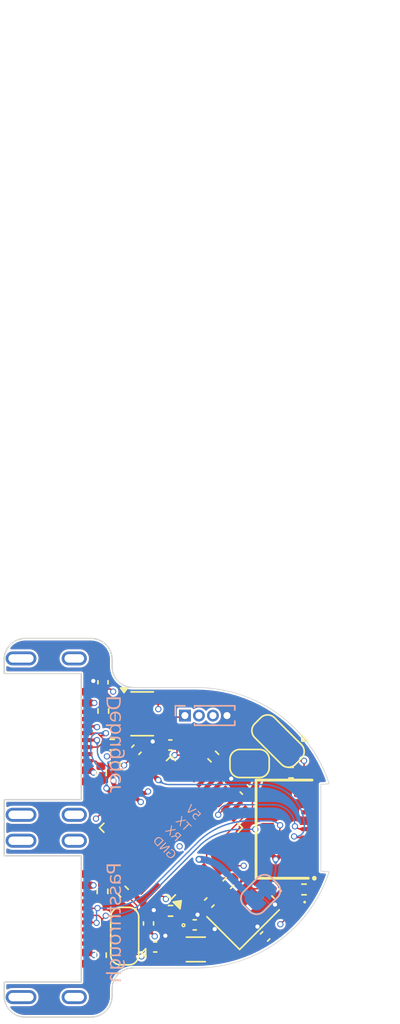
<source format=kicad_pcb>
(kicad_pcb (version 20240108) (generator "pcbnew") (generator_version "8.0")
  (layers (0 "F.Cu" signal) (1 "In1.Cu" signal) (2 "In2.Cu" signal) (31 "B.Cu" signal) (34 "B.Paste" user) (35 "F.Paste" user) (36 "B.SilkS" user "B.Silkscreen") (37 "F.SilkS" user "F.Silkscreen") (38 "B.Mask" user) (39 "F.Mask" user) (44 "Edge.Cuts" user))
  (net 0 "")
  (net 1 "GND")
  (net 2 "/OSCIN")
  (net 3 "/OSCOUT")
  (net 4 "3.3V")
  (net 5 "Net-(JP1-A)")
  (net 6 "5V")
  (net 7 "Net-(D2-K)")
  (net 8 "Net-(J1-CC1)")
  (net 9 "/USBDP")
  (net 10 "/USBDM")
  (net 11 "Net-(J1-CC2)")
  (net 13 "/BOOT1")
  (net 14 "/BOOT0")
  (net 15 "5V(2)")
  (net 16 "Net-(J2-CC1)")
  (net 17 "Net-(U2-PC14)")
  (net 18 "Net-(U2-PC15)")
  (net 19 "Net-(D1-K)")
  (net 20 "Net-(U2-BOOT0)")
  (net 21 "Net-(U2-PB2)")
  (net 22 "/PC13")
  (net 39 "/A9")
  (net 40 "/A10")
  (net 51 "D+")
  (net 52 "D-")
  (net 53 "Net-(J2-CC2)")
  (net 55 "swc")
  (net 56 "swd")
  (net 63 "3VB")
  (net 64 "antenna")
  (net 65 "Batteryin")
  (footprint "Jumper:SolderJumper-3_P1.3mm_Open_RoundedPad1.0x1.5mm" (layer "F.Cu") (at 135.844236 93.819236 135)
    (property "Reference" "JP3" (hide yes))
    (property "Value" "Jumper_3_Open")
  )
  (footprint "Resistor_SMD:R_0402_1005Metric" (layer "F.Cu") (at 124.009996 94.074997 180)
    (property "Reference" "R11" (hide yes))
    (property "Value" "1.5K")
  )
  (footprint "Capacitor_SMD:C_0402_1005Metric" (layer "F.Cu") (at 129.899997 106.924997 180)
    (property "Reference" "C3" (hide yes))
    (property "Value" "12pF")
  )
  (footprint "Resistor_SMD:R_0402_1005Metric" (layer "F.Cu") (at 136.774997 96.074997 180)
    (property "Reference" "R4" (hide yes))
    (property "Value" "10k")
  )
  (footprint "Capacitor_SMD:C_0402_1005Metric" (layer "F.Cu") (at 126.599997 106.824997 -90)
    (property "Reference" "C6" (hide yes))
    (property "Value" "10uF")
  )
  (footprint "Resistor_SMD:R_0402_1005Metric" (layer "F.Cu") (at 128.174997 105.924997)
    (property "Reference" "R3" (hide yes))
    (property "Value" "510Ω")
  )
  (footprint "Resistor_SMD:R_0402_1005Metric" (layer "F.Cu") (at 131.224997 94.924997 -45)
    (property "Reference" "R2" (hide yes))
    (property "Value" "10k")
  )
  (footprint "Resistor_SMD:R_0402_1005Metric" (layer "F.Cu") (at 123.202399 109.084196 90)
    (property "Reference" "R12" (hide yes))
    (property "Value" "5.1K")
  )
  (footprint "Capacitor_SMD:C_0402_1005Metric" (layer "F.Cu") (at 133.474997 97.274997 -45)
    (property "Reference" "C5" (hide yes))
    (property "Value" "100nF")
  )
  (footprint "Package_TO_SOT_SMD:SOT-23-5" (layer "F.Cu") (at 126.149997 91.874997)
    (property "Reference" "U1" (hide yes))
    (property "Value" "AP2112K-3.3")
  )
  (footprint "Library:FPC" (layer "F.Cu") (at 136.524997 100.099997 90)
    (property "Reference" "U4" (hide yes))
    (property "Value" "Conn_01x14_Socket")
  )
  (footprint "Crystal:Crystal_SMD_3215-2Pin_3.2x1.5mm" (layer "F.Cu") (at 129.974997 108.674997 180)
    (property "Reference" "Y1" (hide yes))
    (property "Value" "32.768KHZ")
  )
  (footprint "Capacitor_SMD:C_0402_1005Metric" (layer "F.Cu") (at 135.739408 104.689408 135)
    (property "Reference" "C10" (hide yes))
    (property "Value" "22pf")
  )
  (footprint "Capacitor_SMD:C_0402_1005Metric" (layer "F.Cu") (at 128.154997 94.099997)
    (property "Reference" "C8" (hide yes))
    (property "Value" "100nF")
  )
  (footprint "Capacitor_SMD:C_0402_1005Metric" (layer "F.Cu") (at 127.074997 108.499997 180)
    (property "Reference" "C9" (hide yes))
    (property "Value" "100nF")
  )
  (footprint "Capacitor_SMD:C_0402_1005Metric" (layer "F.Cu") (at 125.735586 94.439408 -135)
    (property "Reference" "C7" (hide yes))
    (property "Value" "100nF")
  )
  (footprint "Library:USB-C_C168688" (layer "F.Cu") (at 121.800003 106.495153 90)
    (property "Reference" "J2" (hide yes))
    (property "Value" "USB_C_Receptacle_USB2.0")
  )
  (footprint "Jumper:SolderJumper-3_P1.3mm_Open_RoundedPad1.0x1.5mm" (layer "F.Cu") (at 124.899997 107.724997 90)
    (property "Reference" "JP2" (hide yes))
    (property "Value" "Jumper_3_Open")
  )
  (footprint "Resistor_SMD:R_0402_1005Metric" (layer "F.Cu") (at 123.374997 91.674997 -90)
    (property "Reference" "R10" (hide yes))
    (property "Value" "5.1K")
  )
  (footprint "Capacitor_SMD:C_0402_1005Metric" (layer "F.Cu") (at 124.224997 95.449997 90)
    (property "Reference" "C1" (hide yes))
    (property "Value" "100nF")
  )
  (footprint "Capacitor_SMD:C_0402_1005Metric" (layer "F.Cu") (at 130.939408 105.335586 -135)
    (property "Reference" "C4" (hide yes))
    (property "Value" "12pF")
  )
  (footprint "Jumper:SolderJumper-2_P1.3mm_Open_RoundedPad1.0x1.5mm" (layer "F.Cu") (at 133.813661 95.417952 180)
    (property "Reference" "JP1" (hide yes))
    (property "Value" "SolderJumper_2_Open")
  )
  (footprint "Resistor_SMD:R_0402_1005Metric" (layer "F.Cu") (at 137.699997 104.399997 180)
    (property "Reference" "R8" (hide yes))
    (property "Value" "510Ω")
  )
  (footprint "LED_SMD:LED_0402_1005Metric" (layer "F.Cu") (at 136.974997 106.074997 -135)
    (property "Reference" "D2" (hide yes))
    (property "Value" "BLUE")
  )
  (footprint "Resistor_SMD:R_0402_1005Metric" (layer "F.Cu") (at 123.199997 96.124997 90)
    (property "Reference" "R9" (hide yes))
    (property "Value" "5.1K")
  )
  (footprint "LED_SMD:LED_0402_1005Metric" (layer "F.Cu") (at 128.007498 106.949997 180)
    (property "Reference" "D1" (hide yes))
    (property "Value" "White")
  )
  (footprint "Crystal:Crystal_SMD_3225-4Pin_3.2x2.5mm" (layer "F.Cu") (at 133.349997 106.099997 45)
    (property "Reference" "Y2" (hide yes))
    (property "Value" "8Mhz")
  )
  (footprint "Resistor_SMD:R_0402_1005Metric" (layer "F.Cu") (at 123.316171 104.535878 -90)
    (property "Reference" "R13" (hide yes))
    (property "Value" "5.1K")
  )
  (footprint "Resistor_SMD:R_0402_1005Metric" (layer "F.Cu") (at 124.774997 104.549997 135)
    (property "Reference" "R1" (hide yes))
    (property "Value" "10k")
  )
  (footprint "Capacitor_SMD:C_0402_1005Metric" (layer "F.Cu") (at 134.924997 107.749997 -135)
    (property "Reference" "C11" (hide yes))
    (property "Value" "22pf")
  )
  (footprint "Package_QFP:LQFP-48_7x7mm_P0.5mm" (layer "F.Cu") (at 128.199997 99.999997 135)
    (property "Reference" "U2" (hide yes))
    (property "Value" "STM32F103C8Tx")
  )
  (footprint "Resistor_SMD:R_0402_1005Metric" (layer "F.Cu") (at 132.299997 103.949997 -135)
    (property "Reference" "R7" (hide yes))
    (property "Value" "1M")
  )
  (footprint "Library:USB-C_C168688" (layer "F.Cu") (at 121.800003 93.495153 90)
    (property "Reference" "J1" (hide yes))
    (property "Value" "USB_C_Receptacle_USB2.0")
  )
  (footprint "Capacitor_SMD:C_0402_1005Metric" (layer "F.Cu") (at 123.349997 89.624997 -90)
    (property "Reference" "C2" (hide yes))
    (property "Value" "10uF")
  )
  (footprint "Jumper:SolderJumper-2_P1.3mm_Bridged_RoundedPad1.0x1.5mm" (layer "B.Cu") (at 134.599997 104.759997 45)
    (property "Reference" "JP5" (hide yes))
    (property "Value" "Jumper_2_Bridged")
  )
  (footprint "Connector_PinHeader_1.00mm:PinHeader_1x04_P1.00mm_Vertical" (layer "B.Cu") (at 129.199997 91.999997 -90)
    (property "Reference" "REF**" (hide yes))
    (property "Value" "PinHeader_1x04_P1.00mm_Vertical")
  )
  (gr_line (start 122.500004 113.499992) (end 117.800003 113.499991) (stroke (width 0.1)) (layer "Edge.Cuts"))
  (gr_line (start 116.300003 102.000003) (end 116.300003 98.000003) (stroke (width 0.1)) (layer "Edge.Cuts"))
  (gr_line (start 138.899998 96.899999) (end 139.496885 96.868045) (stroke (width 0.05)) (layer "Edge.Cuts"))
  (gr_arc (start 123.999999 111.499992) (mid 124.439339 110.439331) (end 125.5 109.999985) (stroke (width 0.1)) (layer "Edge.Cuts"))
  (gr_line (start 121.800003 89.000003) (end 116.300003 89.000003) (stroke (width 0.1)) (layer "Edge.Cuts"))
  (gr_line (start 117.800005 86.499997) (end 122.500003 86.500003) (stroke (width 0.1)) (layer "Edge.Cuts"))
  (gr_line (start 139.496886 103.131951) (end 138.899998 103.099999) (stroke (width 0.05)) (layer "Edge.Cuts"))
  (gr_line (start 121.800003 98.000003) (end 121.800003 89.000003) (stroke (width 0.1)) (layer "Edge.Cuts"))
  (gr_arc (start 124.000006 111.999986) (mid 123.560668 113.060654) (end 122.500004 113.499992) (stroke (width 0.1)) (layer "Edge.Cuts"))
  (gr_arc (start 125.499999 90.000009) (mid 124.439338 89.560666) (end 123.999998 88.500003) (stroke (width 0.1)) (layer "Edge.Cuts"))
  (gr_arc (start 117.800003 113.499991) (mid 116.739338 113.060655) (end 116.299997 111.99999) (stroke (width 0.1)) (layer "Edge.Cuts"))
  (gr_line (start 125.5 109.999985) (end 129.999999 109.999997) (stroke (width 0.05)) (layer "Edge.Cuts"))
  (gr_arc (start 116.300003 88.000003) (mid 116.73934 86.939337) (end 117.800005 86.499997) (stroke (width 0.1)) (layer "Edge.Cuts"))
  (gr_arc (start 129.999998 89.999998) (mid 135.860053 91.896926) (end 139.496885 96.868045) (stroke (width 0.05)) (layer "Edge.Cuts"))
  (gr_line (start 116.300003 88.000003) (end 116.300003 89.000003) (stroke (width 0.1)) (layer "Edge.Cuts"))
  (gr_line (start 121.800003 102.000003) (end 116.300003 102.000003) (stroke (width 0.1)) (layer "Edge.Cuts"))
  (gr_line (start 121.800003 98.000003) (end 116.300003 98.000003) (stroke (width 0.1)) (layer "Edge.Cuts"))
  (gr_line (start 124.000006 111.999986) (end 123.999999 111.499992) (stroke (width 0.1)) (layer "Edge.Cuts"))
  (gr_line (start 123.999998 88.500003) (end 124.000005 88.000009) (stroke (width 0.1)) (layer "Edge.Cuts"))
  (gr_line (start 138.899998 103.099999) (end 138.899998 96.899999) (stroke (width 0.05)) (layer "Edge.Cuts"))
  (gr_line (start 129.999998 89.999998) (end 125.499999 90.000009) (stroke (width 0.05)) (layer "Edge.Cuts"))
  (gr_line (start 116.299997 111.99999) (end 116.300003 111.000003) (stroke (width 0.1)) (layer "Edge.Cuts"))
  (gr_arc (start 139.496886 103.131951) (mid 135.860053 108.10307) (end 129.999999 109.999997) (stroke (width 0.05)) (layer "Edge.Cuts"))
  (gr_line (start 121.800003 111.000003) (end 121.800003 102.000003) (stroke (width 0.1)) (layer "Edge.Cuts"))
  (gr_line (start 121.800003 111.000003) (end 116.300003 111.000003) (stroke (width 0.1)) (layer "Edge.Cuts"))
  (gr_arc (start 122.500003 86.500003) (mid 123.560664 86.939346) (end 124.000005 88.000009) (stroke (width 0.1)) (layer "Edge.Cuts"))
  (gr_text "Passthrough" (at 124.789997 102.469997 90) (layer "B.SilkS") (effects (font (size 1 1) (thickness 0.125)) (justify left bottom mirror)))
  (gr_text "5V" (at 129.919997 99.569997 315) (layer "B.SilkS") (effects (font (size 0.6 0.6) (thickness 0.125)) (justify left bottom mirror)))
  (gr_text "TX" (at 129.189997 100.379997 315) (layer "B.SilkS") (effects (font (size 0.6 0.6) (thickness 0.125)) (justify left bottom mirror)))
  (gr_text "Debugger" (at 124.789997 90.559997 90) (layer "B.SilkS") (effects (font (size 1 1) (thickness 0.125)) (justify left bottom mirror)))
  (gr_text "GND" (at 128.149997 102.379997 315) (layer "B.SilkS") (effects (font (size 0.6 0.6) (thickness 0.125)) (justify left bottom mirror)))
  (gr_text "RX" (at 128.509997 101.099997 315) (layer "B.SilkS") (effects (font (size 0.6 0.6) (thickness 0.125)) (justify left bottom mirror)))
  (segment (start 131.971139 106.276774) (end 131.971139 106.228855) (width 0.1) (layer "F.Cu") (net 1))
  (segment (start 126.599997 106.249997) (end 126.599997 106.344997) (width 0.1) (layer "F.Cu") (net 1))
  (segment (start 127.554997 108.499997) (end 127.554997 107.944997) (width 0.1) (layer "F.Cu") (net 1))
  (segment (start 130.379997 106.479997) (end 130.099997 106.199997) (width 0.1) (layer "F.Cu") (net 1))
  (segment (start 127.149997 94.099997) (end 126.899997 93.849997) (width 0.1) (layer "F.Cu") (net 1))
  (segment (start 132.935586 96.935586) (end 132.499997 96.499997) (width 0.1) (layer "F.Cu") (net 1))
  (segment (start 127.674997 94.099997) (end 127.149997 94.099997) (width 0.1) (layer "F.Cu") (net 1))
  (segment (start 131.971139 106.276774) (end 131.324997 106.922916) (width 0.1) (layer "F.Cu") (net 1))
  (segment (start 131.324997 106.922916) (end 131.324997 107.224997) (width 0.1) (layer "F.Cu") (net 1))
  (segment (start 131.971139 106.228855) (end 131.974997 106.224997) (width 0.1) (layer "F.Cu") (net 1))
  (segment (start 134.735586 107.410586) (end 134.374997 107.049997) (width 0.1) (layer "F.Cu") (net 1))
  (segment (start 130.379997 106.924997) (end 130.379997 106.479997) (width 0.1) (layer "F.Cu") (net 1))
  (segment (start 134.728855 105.92322) (end 135.176774 105.92322) (width 0.1) (layer "F.Cu") (net 1))
  (segment (start 127.554997 107.944997) (end 127.799997 107.699997) (width 0.1) (layer "F.Cu") (net 1))
  (segment (start 126.974997 105.874997) (end 126.599997 106.249997) (width 0.1) (layer "F.Cu") (net 1))
  (segment (start 135.264408 107.410586) (end 134.735586 107.410586) (width 0.1) (layer "F.Cu") (net 1))
  (segment (start 135.176774 105.92322) (end 135.624997 105.474997) (width 0.1) (layer "F.Cu") (net 1))
  (segment (start 133.135586 96.935586) (end 132.935586 96.935586) (width 0.1) (layer "F.Cu") (net 1))
  (via (at 132.499997 96.499997) (size 0.45) (drill 0.3) (layers "F.Cu" "B.Cu") (net 1))
  (via (at 131.324997 107.224997) (size 0.45) (drill 0.3) (layers "F.Cu" "B.Cu") (net 1))
  (via (at 126.899997 93.849997) (size 0.45) (drill 0.3) (layers "F.Cu" "B.Cu") (net 1))
  (via (at 127.799997 107.699997) (size 0.45) (drill 0.3) (layers "F.Cu" "B.Cu") (net 1))
  (via (at 130.099997 106.199997) (size 0.45) (drill 0.3) (layers "F.Cu" "B.Cu") (net 1))
  (via (at 122.659997 89.529997) (size 0.45) (drill 0.3) (layers "F.Cu" "B.Cu") (net 1))
  (via (at 134.374997 107.049997) (size 0.45) (drill 0.3) (layers "F.Cu" "B.Cu") (net 1))
  (via (at 126.974997 105.874997) (size 0.45) (drill 0.3) (layers "F.Cu" "B.Cu") (net 1))
  (via (at 135.624997 105.474997) (size 0.45) (drill 0.3) (layers "F.Cu" "B.Cu") (net 1))
  (segment (start 132.660621 103.854986) (end 132.660621 103.589373) (width 0.1) (layer "F.Cu") (net 2))
  (segment (start 133.526774 104.721139) (end 132.660621 103.854986) (width 0.1) (layer "F.Cu") (net 2))
  (segment (start 133.897916 104.349997) (end 133.526774 104.721139) (width 0.1) (layer "F.Cu") (net 2))
  (segment (start 130.966552 103.120106) (end 131.435819 103.589373) (width 0.1) (layer "F.Cu") (net 2))
  (segment (start 131.435819 103.589373) (end 132.660621 103.589373) (width 0.1) (layer "F.Cu") (net 2))
  (segment (start 135.399997 104.349997) (end 133.897916 104.349997) (width 0.1) (layer "F.Cu") (net 2))
  (segment (start 131.449961 104.310621) (end 130.612999 103.473659) (width 0.1) (layer "F.Cu") (net 3))
  (segment (start 133.17322 105.98322) (end 131.939373 104.749373) (width 0.1) (layer "F.Cu") (net 3))
  (segment (start 133.783773 108.089408) (end 133.17322 107.478855) (width 0.1) (layer "F.Cu") (net 3))
  (segment (start 131.939373 104.749373) (end 131.939373 104.310621) (width 0.1) (layer "F.Cu") (net 3))
  (segment (start 133.17322 107.478855) (end 133.17322 105.98322) (width 0.1) (layer "F.Cu") (net 3))
  (segment (start 131.939373 104.310621) (end 131.449961 104.310621) (width 0.1) (layer "F.Cu") (net 3))
  (segment (start 134.585586 108.089408) (end 133.783773 108.089408) (width 0.1) (layer "F.Cu") (net 3))
  (segment (start 126.607104 107.304997) (end 126.599997 107.304997) (width 0.1) (layer "F.Cu") (net 4))
  (segment (start 136.763475 94.738475) (end 137.249997 95.224997) (width 0.1) (layer "F.Cu") (net 4))
  (segment (start 126.599997 107.304997) (end 127.167498 107.304997) (width 0.1) (layer "F.Cu") (net 4))
  (segment (start 125.396175 94.778819) (end 124.814229 94.196873) (width 0.1) (layer "F.Cu") (net 4))
  (segment (start 123.312121 99.001209) (end 123.198785 99.001209) (width 0.1) (layer "F.Cu") (net 4))
  (segment (start 126.599997 108.319997) (end 126.599997 107.304997) (width 0.1) (layer "F.Cu") (net 4))
  (segment (start 127.167498 107.304997) (end 127.522498 106.949997) (width 0.1) (layer "F.Cu") (net 4))
  (segment (start 127.287497 90.924997) (end 127.287497 91.527497) (width 0.1) (layer "F.Cu") (net 4))
  (segment (start 128.634997 94.644997) (end 128.459997 94.819997) (width 0.1) (layer "F.Cu") (net 4))
  (segment (start 126.594997 108.499997) (end 126.594997 108.324997) (width 0.1) (layer "F.Cu") (net 4))
  (segment (start 127.287497 91.527497) (end 127.299997 91.539997) (width 0.1) (layer "F.Cu") (net 4))
  (segment (start 128.459997 94.819997) (end 128.906661 94.819997) (width 0.1) (layer "F.Cu") (net 4))
  (segment (start 126.594997 108.324997) (end 126.599997 108.319997) (width 0.1) (layer "F.Cu") (net 4))
  (segment (start 127.647873 104.887873) (end 127.839997 105.079997) (width 0.1) (layer "F.Cu") (net 4))
  (segment (start 126.099997 109.174997) (end 126.099997 108.994997) (width 0.1) (layer "F.Cu") (net 4))
  (segment (start 132.677763 102.709997) (end 133.389997 102.709997) (width 0.1) (layer "F.Cu") (net 4))
  (segment (start 127.04144 107.739333) (end 126.607104 107.304997) (width 0.1) (layer "F.Cu") (net 4))
  (segment (start 125.949997 109.024997) (end 126.099997 109.174997) (width 0.1) (layer "F.Cu") (net 4))
  (segment (start 126.099997 108.994997) (end 126.594997 108.499997) (width 0.1) (layer "F.Cu") (net 4))
  (segment (start 125.237389 95.162164) (end 124.857089 95.542463) (width 0.1) (layer "F.Cu") (net 4))
  (segment (start 137.249997 95.224997) (end 137.699997 95.224997) (width 0.1) (layer "F.Cu") (net 4))
  (segment (start 124.899997 109.024997) (end 125.949997 109.024997) (width 0.1) (layer "F.Cu") (net 4))
  (segment (start 136.63205 106.417944) (end 136.47205 106.417944) (width 0.1) (layer "F.Cu") (net 4))
  (segment (start 128.634997 94.099997) (end 128.634997 94.644997) (width 0.1) (layer "F.Cu") (net 4))
  (segment (start 136.47205 106.417944) (end 136.009997 106.879997) (width 0.1) (layer "F.Cu") (net 4))
  (segment (start 128.906661 94.819997) (end 129.198785 95.112121) (width 0.1) (layer "F.Cu") (net 4))
  (segment (start 127.201209 104.887873) (end 127.647873 104.887873) (width 0.1) (layer "F.Cu") (net 4))
  (segment (start 123.198785 99.001209) (end 122.849997 99.349997) (width 0.1) (layer "F.Cu") (net 4))
  (segment (start 137.699997 95.659996) (end 137.699997 95.224997) (width 0.1) (layer "F.Cu") (net 4))
  (segment (start 132.027212 102.059446) (end 132.677763 102.709997) (width 0.1) (layer "F.Cu") (net 4))
  (segment (start 137.284996 96.074997) (end 137.699997 95.659996) (width 0.1) (layer "F.Cu") (net 4))
  (via (at 136.009997 106.879997) (size 0.45) (drill 0.3) (layers "F.Cu" "B.Cu") (net 4))
  (via (at 133.389997 102.709997) (size 0.45) (drill 0.3) (layers "F.Cu" "B.Cu") (net 4))
  (via (at 124.857089 95.542463) (size 0.45) (drill 0.3) (layers "F.Cu" "B.Cu") (net 4))
  (via (at 127.839997 105.079997) (size 0.45) (drill 0.3) (layers "F.Cu" "B.Cu") (net 4))
  (via (at 122.849997 99.349997) (size 0.45) (drill 0.3) (layers "F.Cu" "B.Cu") (net 4))
  (via (at 128.459997 94.819997) (size 0.45) (drill 0.3) (layers "F.Cu" "B.Cu") (net 4))
  (via (at 137.699997 95.224997) (size 0.45) (drill 0.3) (layers "F.Cu" "B.Cu") (net 4))
  (via (at 126.099997 109.174997) (size 0.45) (drill 0.3) (layers "F.Cu" "B.Cu") (net 4))
  (via (at 127.04144 107.739333) (size 0.45) (drill 0.3) (layers "F.Cu" "B.Cu") (net 4))
  (via (at 127.299997 91.539997) (size 0.45) (drill 0.3) (layers "F.Cu" "B.Cu") (net 4))
  (arc (start 125.396175 94.778819) (mid 125.354908 94.986284) (end 125.237389 95.162164) (width 0.1) (layer "F.Cu") (net 4))
  (arc (start 124.814229 94.196873) (mid 124.679234 94.106671) (end 124.519995 94.074997) (width 0.1) (layer "F.Cu") (net 4))
  (segment (start 130.749997 102.196443) (end 131.320106 102.766552) (width 0.1) (layer "F.Cu") (net 5))
  (segment (start 130.749997 101.879997) (end 130.749997 102.196443) (width 0.1) (layer "F.Cu") (net 5))
  (segment (start 133.814408 97.614408) (end 134.019997 97.819997) (width 0.1) (layer "F.Cu") (net 5))
  (segment (start 134.019997 98.609997) (end 130.749997 101.879997) (width 0.1) (layer "F.Cu") (net 5))
  (segment (start 134.46366 95.417952) (end 134.678752 95.417952) (width 0.5) (layer "F.Cu") (net 5))
  (segment (start 134.019997 97.819997) (end 134.019997 98.609997) (width 0.1) (layer "F.Cu") (net 5))
  (segment (start 134.46366 96.046976) (end 134.46366 95.417952) (width 0.5) (layer "F.Cu") (net 5))
  (arc (start 134.678752 95.417952) (mid 135.537222 95.588713) (end 136.264998 96.074997) (width 0.5) (layer "F.Cu") (net 5))
  (arc (start 133.814408 97.614408) (mid 134.294925 96.895264) (end 134.46366 96.046976) (width 0.5) (layer "F.Cu") (net 5))
  (segment (start 126.389996 92.109997) (end 126.099997 92.399996) (width 0.1) (layer "F.Cu") (net 6))
  (segment (start 122.513003 95.900153) (end 122.675726 96.062876) (width 0.45) (layer "F.Cu") (net 6))
  (segment (start 129.199997 91.999997) (end 129.089997 92.109997) (width 0.1) (layer "F.Cu") (net 6))
  (segment (start 124.074957 90.291813) (end 123.888141 90.104997) (width 0.1) (layer "F.Cu") (net 6))
  (segment (start 125.674996 90.924997) (end 125.012497 90.924997) (width 0.1) (layer "F.Cu") (net 6))
  (segment (start 123.888141 90.104997) (end 123.349997 90.104997) (width 0.1) (layer "F.Cu") (net 6))
  (segment (start 122.200003 95.900153) (end 122.513003 95.900153) (width 0.45) (layer "F.Cu") (net 6))
  (segment (start 126.099997 92.399996) (end 126.099997 91.349998) (width 0.1) (layer "F.Cu") (net 6))
  (segment (start 123.689997 94.969997) (end 123.629997 94.909997) (width 0.1) (layer "F.Cu") (net 6))
  (segment (start 122.729841 91.100153) (end 122.729997 91.099997) (width 0.1) (layer "F.Cu") (net 6))
  (segment (start 126.099997 91.349998) (end 125.674996 90.924997) (width 0.1) (layer "F.Cu") (net 6))
  (segment (start 124.224997 94.969997) (end 123.689997 94.969997) (width 0.1) (layer "F.Cu") (net 6))
  (segment (start 122.200003 91.100153) (end 122.729841 91.100153) (width 0.1) (layer "F.Cu") (net 6))
  (segment (start 124.169997 90.924997) (end 123.349997 90.104997) (width 0.1) (layer "F.Cu") (net 6))
  (segment (start 129.089997 92.109997) (end 126.389996 92.109997) (width 0.1) (layer "F.Cu") (net 6))
  (segment (start 125.012497 92.824997) (end 125.674996 92.824997) (width 0.1) (layer "F.Cu") (net 6))
  (segment (start 125.012497 90.924997) (end 124.169997 90.924997) (width 0.1) (layer "F.Cu") (net 6))
  (segment (start 125.674996 92.824997) (end 126.099997 92.399996) (width 0.1) (layer "F.Cu") (net 6))
  (via (at 130.199997 102.249997) (size 0.45) (drill 0.3) (layers "F.Cu" "B.Cu") (net 6))
  (via (at 123.629997 94.909997) (size 0.45) (drill 0.3) (layers "F.Cu" "B.Cu") (net 6))
  (via (at 122.729997 91.099997) (size 0.45) (drill 0.3) (layers "F.Cu" "B.Cu") (net 6))
  (via (at 124.074957 90.291813) (size 0.45) (drill 0.3) (layers "F.Cu" "B.Cu") (net 6))
  (via (at 122.675726 96.062876) (size 0.45) (drill 0.3) (layers "F.Cu" "B.Cu") (net 6))
  (segment (start 131.857192 102.936429) (end 134.140378 105.219616) (width 0.5) (layer "B.Cu") (net 6))
  (arc (start 130.199997 102.249997) (mid 131.096864 102.428395) (end 131.857192 102.936429) (width 0.5) (layer "B.Cu") (net 6))
  (segment (start 138.209996 104.399997) (end 137.989997 104.619996) (width 0.1) (layer "F.Cu") (net 7))
  (segment (start 137.989997 104.619996) (end 137.989997 105.059997) (width 0.1) (layer "F.Cu") (net 7))
  (segment (start 137.989997 105.059997) (end 137.317944 105.73205) (width 0.1) (layer "F.Cu") (net 7))
  (segment (start 122.200003 92.250153) (end 123.30984 92.250153) (width 0.1) (layer "F.Cu") (net 8))
  (segment (start 123.30984 92.250153) (end 123.374997 92.184996) (width 0.1) (layer "F.Cu") (net 8))
  (segment (start 123.560381 93.253379) (end 123.381429 93.432331) (width 0.1) (layer "F.Cu") (net 9))
  (segment (start 123.324997 93.930328) (end 123.005172 94.250153) (width 0.1) (layer "F.Cu") (net 9))
  (segment (start 122.955484 93.250153) (end 123.137663 93.432331) (width 0.1) (layer "F.Cu") (net 9))
  (segment (start 122.200003 93.250153) (end 122.955484 93.250153) (width 0.1) (layer "F.Cu") (net 9))
  (segment (start 124.372782 97.940548) (end 123.637953 97.205719) (width 0.3) (layer "F.Cu") (net 9))
  (segment (start 123.381429 93.432331) (end 123.137663 93.432331) (width 0.1) (layer "F.Cu") (net 9))
  (segment (start 123.222663 93.517331) (end 123.324997 93.619666) (width 0.1) (layer "F.Cu") (net 9))
  (segment (start 123.324997 93.619666) (end 123.324997 93.930328) (width 0.1) (layer "F.Cu") (net 9))
  (segment (start 123.005172 94.250153) (end 122.200003 94.250153) (width 0.1) (layer "F.Cu") (net 9))
  (segment (start 123.137663 93.432331) (end 123.222663 93.517331) (width 0.1) (layer "F.Cu") (net 9))
  (via (at 123.560381 93.253379) (size 0.45) (drill 0.3) (layers "F.Cu" "B.Cu") (net 9))
  (via (at 123.599997 97.189997) (size 0.45) (drill 0.3) (layers "F.Cu" "B.Cu") (net 9))
  (arc (start 123.637953 97.205719) (mid 123.620539 97.194083) (end 123.599997 97.189997) (width 0.3) (layer "F.Cu") (net 9))
  (segment (start 123.599997 96.7879) (end 123.599997 97.189997) (width 0.1) (layer "B.Cu") (net 9))
  (segment (start 122.979997 95.599997) (end 123.198427 95.818426) (width 0.1) (layer "B.Cu") (net 9))
  (segment (start 122.479997 93.769997) (end 122.479997 94.392891) (width 0.1) (layer "B.Cu") (net 9))
  (segment (start 123.560381 93.253379) (end 122.996615 93.253379) (width 0.1) (layer "B.Cu") (net 9))
  (arc (start 123.198427 95.818426) (mid 123.495633 96.263224) (end 123.599997 96.7879) (width 0.1) (layer "B.Cu") (net 9))
  (arc (start 122.479997 94.392891) (mid 122.609943 95.046172) (end 122.979997 95.599997) (width 0.1) (layer "B.Cu") (net 9))
  (arc (start 122.996615 93.253379) (mid 122.631311 93.404693) (end 122.479997 93.769997) (width 0.1) (layer "B.Cu") (net 9))
  (segment (start 122.850153 92.750153) (end 122.924997 92.824997) (width 0.1) (layer "F.Cu") (net 10))
  (segment (start 122.200003 92.750153) (end 122.850153 92.750153) (width 0.1) (layer "F.Cu") (net 10))
  (segment (start 122.924997 93.749997) (end 122.924841 93.750153) (width 0.1) (layer "F.Cu") (net 10))
  (segment (start 122.924841 93.750153) (end 122.200003 93.750153) (width 0.1) (layer "F.Cu") (net 10))
  (segment (start 124.726335 97.586995) (end 124.309667 97.170327) (width 0.3) (layer "F.Cu") (net 10))
  (via (at 122.924997 93.749997) (size 0.45) (drill 0.3) (layers "F.Cu" "B.Cu") (net 10))
  (via (at 124.089997 96.639997) (size 0.45) (drill 0.3) (layers "F.Cu" "B.Cu") (net 10))
  (via (at 122.924997 92.824997) (size 0.45) (drill 0.3) (layers "F.Cu" "B.Cu") (net 10))
  (arc (start 124.309667 97.170327) (mid 124.147087 96.92701) (end 124.089997 96.639997) (width 0.3) (layer "F.Cu") (net 10))
  (segment (start 122.952248 93.777248) (end 122.952248 94.595613) (width 0.1) (layer "B.Cu") (net 10))
  (segment (start 123.259997 95.239997) (end 123.686946 95.666946) (width 0.1) (layer "B.Cu") (net 10))
  (segment (start 122.924997 93.749997) (end 122.952248 93.777248) (width 0.1) (layer "B.Cu") (net 10))
  (arc (start 122.952248 94.595613) (mid 123.051617 94.944117) (end 123.259997 95.239997) (width 0.1) (layer "B.Cu") (net 10))
  (arc (start 123.686946 95.666946) (mid 123.985247 96.113386) (end 124.089997 96.639997) (width 0.1) (layer "B.Cu") (net 10))
  (segment (start 122.835152 95.250153) (end 122.200003 95.250153) (width 0.1) (layer "F.Cu") (net 11))
  (segment (start 123.199997 95.614998) (end 122.835152 95.250153) (width 0.1) (layer "F.Cu") (net 11))
  (segment (start 135.325373 94.338099) (end 135.844236 93.819236) (width 0.1) (layer "F.Cu") (net 13))
  (segment (start 131.090647 94.338099) (end 135.325373 94.338099) (width 0.1) (layer "F.Cu") (net 13))
  (segment (start 130.864373 94.564373) (end 131.090647 94.338099) (width 0.1) (layer "F.Cu") (net 13))
  (segment (start 125.135621 104.910621) (end 125.804997 105.579997) (width 0.1) (layer "F.Cu") (net 14))
  (segment (start 125.804997 107.069997) (end 125.149997 107.724997) (width 0.1) (layer "F.Cu") (net 14))
  (segment (start 125.149997 107.724997) (end 124.899997 107.724997) (width 0.1) (layer "F.Cu") (net 14))
  (segment (start 125.804997 105.579997) (end 125.804997 107.069997) (width 0.1) (layer "F.Cu") (net 14))
  (segment (start 137.944997 101.899997) (end 136.519971 101.899997) (width 0.3) (layer "F.Cu") (net 15))
  (segment (start 122.200003 108.900153) (end 122.551291 108.900153) (width 0.1) (layer "F.Cu") (net 15))
  (segment (start 122.666564 104.100153) (end 122.671172 104.104761) (width 0.1) (layer "F.Cu") (net 15))
  (segment (start 122.551291 108.900153) (end 122.725754 109.074616) (width 0.1) (layer "F.Cu") (net 15))
  (segment (start 135.104997 101.599997) (end 135.618428 102.113428) (width 0.3) (layer "F.Cu") (net 15))
  (segment (start 122.200003 104.100153) (end 122.666564 104.100153) (width 0.1) (layer "F.Cu") (net 15))
  (via (at 122.725754 109.074616) (size 0.45) (drill 0.3) (layers "F.Cu" "B.Cu") (net 15))
  (via (at 135.674997 102.249997) (size 0.45) (drill 0.3) (layers "F.Cu" "B.Cu") (net 15))
  (via (at 128.819997 101.324997) (size 0.45) (drill 0.3) (layers "F.Cu" "B.Cu") (net 15))
  (via (at 122.671172 104.104761) (size 0.45) (drill 0.3) (layers "F.Cu" "B.Cu") (net 15))
  (arc (start 136.519971 101.899997) (mid 136.062675 101.990959) (end 135.674997 102.249997) (width 0.3) (layer "F.Cu") (net 15))
  (arc (start 135.618428 102.113428) (mid 135.660295 102.176086) (end 135.674997 102.249997) (width 0.3) (layer "F.Cu") (net 15))
  (segment (start 135.674997 102.814717) (end 135.674997 102.249997) (width 0.1) (layer "B.Cu") (net 15))
  (arc (start 135.059616 104.300378) (mid 135.515065 103.618751) (end 135.674997 102.814717) (width 0.1) (layer "B.Cu") (net 15))
  (segment (start 123.111895 105.250153) (end 122.200003 105.250153) (width 0.1) (layer "F.Cu") (net 16))
  (segment (start 123.316171 105.045877) (end 123.111895 105.250153) (width 0.1) (layer "F.Cu") (net 16))
  (segment (start 129.419997 106.204459) (end 129.419997 106.924997) (width 0.1) (layer "F.Cu") (net 17))
  (segment (start 129.419997 107.979998) (end 128.724998 108.674997) (width 0.1) (layer "F.Cu") (net 17))
  (segment (start 129.419997 106.924997) (end 129.419997 107.979998) (width 0.1) (layer "F.Cu") (net 17))
  (segment (start 130.3003 104.575174) (end 130.3003 105.324156) (width 0.1) (layer "F.Cu") (net 17))
  (segment (start 129.905892 104.180766) (end 130.3003 104.575174) (width 0.1) (layer "F.Cu") (net 17))
  (segment (start 130.3003 105.324156) (end 129.419997 106.204459) (width 0.1) (layer "F.Cu") (net 17))
  (segment (start 130.259446 103.827212) (end 131.278819 104.846585) (width 0.1) (layer "F.Cu") (net 18))
  (segment (start 131.224996 108.674997) (end 130.9019 108.351901) (width 0.1) (layer "F.Cu") (net 18))
  (segment (start 130.9019 106.023632) (end 131.278819 105.646713) (width 0.1) (layer "F.Cu") (net 18))
  (segment (start 130.9019 108.351901) (end 130.9019 106.023632) (width 0.1) (layer "F.Cu") (net 18))
  (segment (start 131.278819 104.846585) (end 131.278819 104.996175) (width 0.1) (layer "F.Cu") (net 18))
  (segment (start 131.278819 105.646713) (end 131.278819 104.996175) (width 0.1) (layer "F.Cu") (net 18))
  (segment (start 128.492498 106.752497) (end 128.492498 106.949997) (width 0.1) (layer "F.Cu") (net 19))
  (segment (start 127.664998 105.924997) (end 128.492498 106.752497) (width 0.1) (layer "F.Cu") (net 19))
  (segment (start 125.071281 104.189373) (end 125.786995 103.473659) (width 0.1) (layer "F.Cu") (net 20))
  (segment (start 124.414373 104.189373) (end 125.071281 104.189373) (width 0.1) (layer "F.Cu") (net 20))
  (segment (start 131.585621 95.285621) (end 131.585621 95.553713) (width 0.1) (layer "F.Cu") (net 21))
  (segment (start 131.585621 95.553713) (end 130.612999 96.526335) (width 0.1) (layer "F.Cu") (net 21))
  (segment (start 128.450824 105.690825) (end 128.450824 104.380718) (width 0.1) (layer "F.Cu") (net 22))
  (segment (start 128.450824 104.380718) (end 128.901545 103.929997) (width 0.1) (layer "F.Cu") (net 22))
  (segment (start 128.684996 105.924997) (end 128.450824 105.690825) (width 0.1) (layer "F.Cu") (net 22))
  (segment (start 128.948017 103.929997) (end 129.552339 104.534319) (width 0.1) (layer "F.Cu") (net 22))
  (segment (start 128.901545 103.929997) (end 128.948017 103.929997) (width 0.1) (layer "F.Cu") (net 22))
  (segment (start 125.433442 96.879888) (end 125.966948 97.413394) (width 0.3) (layer "F.Cu") (net 39))
  (segment (start 126.248452 97.529997) (end 126.280292 97.529997) (width 0.3) (layer "F.Cu") (net 39))
  (via (at 126.569997 97.409997) (size 0.45) (drill 0.3) (layers "F.Cu" "B.Cu") (net 39))
  (arc (start 126.280292 97.529997) (mid 126.437079 97.49881) (end 126.569997 97.409997) (width 0.3) (layer "F.Cu") (net 39))
  (arc (start 125.966948 97.413394) (mid 126.096103 97.499693) (end 126.248452 97.529997) (width 0.3) (layer "F.Cu") (net 39))
  (segment (start 126.044997 98.162959) (end 126.009405 98.162959) (width 0.3) (layer "F.Cu") (net 40))
  (segment (start 126.009405 98.162959) (end 125.079888 97.233442) (width 0.3) (layer "F.Cu") (net 40))
  (via (at 126.044997 98.162959) (size 0.45) (drill 0.3) (layers "F.Cu" "B.Cu") (net 40))
  (segment (start 123.264997 106.649997) (end 123.264997 107.004997) (width 0.1) (layer "F.Cu") (net 51))
  (segment (start 123.019841 107.250153) (end 122.200003 107.250153) (width 0.1) (layer "F.Cu") (net 51))
  (segment (start 122.200003 106.250153) (end 123.030153 106.250153) (width 0.1) (layer "F.Cu") (net 51))
  (segment (start 123.264997 106.559997) (end 123.549997 106.274997) (width 0.1) (layer "F.Cu") (net 51))
  (segment (start 123.264997 106.649997) (end 123.264997 106.559997) (width 0.1) (layer "F.Cu") (net 51))
  (segment (start 123.030153 106.250153) (end 123.264997 106.484997) (width 0.1) (layer "F.Cu") (net 51))
  (segment (start 135.104996 99.799997) (end 134.529997 99.799997) (width 0.1) (layer "F.Cu") (net 51))
  (segment (start 123.264997 106.484997) (end 123.264997 106.649997) (width 0.1) (layer "F.Cu") (net 51))
  (segment (start 123.264997 107.004997) (end 123.019841 107.250153) (width 0.1) (layer "F.Cu") (net 51))
  (via (at 134.219997 100.109997) (size 0.45) (drill 0.3) (layers "F.Cu" "B.Cu") (net 51))
  (via (at 123.549997 106.274997) (size 0.45) (drill 0.3) (layers "F.Cu" "B.Cu") (net 51))
  (arc (start 134.529997 99.799997) (mid 134.310794 99.890794) (end 134.219997 100.109997) (width 0.1) (layer "F.Cu") (net 51))
  (segment (start 134.219997 100.109997) (end 133.109982 100.109997) (width 0.1) (layer "B.Cu") (net 51))
  (segment (start 126.460614 105.06938) (end 130.224997 101.304997) (width 0.1) (layer "B.Cu") (net 51))
  (arc (start 133.109982 100.109997) (mid 131.54864 100.420567) (end 130.224997 101.304997) (width 0.1) (layer "B.Cu") (net 51))
  (arc (start 123.549997 106.274997) (mid 125.125212 105.961667) (end 126.460614 105.06938) (width 0.1) (layer "B.Cu") (net 51))
  (segment (start 135.989997 99.819997) (end 135.989998 100.012616) (width 0.1) (layer "F.Cu") (net 52))
  (segment (start 122.860153 106.750153) (end 122.889997 106.779997) (width 0.1) (layer "F.Cu") (net 52))
  (segment (start 122.200003 105.750153) (end 122.939841 105.750153) (width 0.1) (layer "F.Cu") (net 52))
  (segment (start 122.939841 105.750153) (end 122.959997 105.729997) (width 0.1) (layer "F.Cu") (net 52))
  (segment (start 135.602619 100.399997) (end 135.104996 100.399997) (width 0.1) (layer "F.Cu") (net 52))
  (segment (start 122.200003 106.750153) (end 122.860153 106.750153) (width 0.1) (layer "F.Cu") (net 52))
  (via (at 135.989997 99.819997) (size 0.45) (drill 0.3) (layers "F.Cu" "B.Cu") (net 52))
  (via (at 122.889997 106.779997) (size 0.45) (drill 0.3) (layers "F.Cu" "B.Cu") (net 52))
  (via (at 122.959997 105.729997) (size 0.45) (drill 0.3) (layers "F.Cu" "B.Cu") (net 52))
  (arc (start 135.989998 100.012616) (mid 135.876538 100.286536) (end 135.602619 100.399997) (width 0.1) (layer "F.Cu") (net 52))
  (segment (start 122.959997 105.729997) (end 123.459549 105.729997) (width 0.1) (layer "B.Cu") (net 52))
  (segment (start 135.241591 99.509997) (end 133.796672 99.509997) (width 0.1) (layer "B.Cu") (net 52))
  (segment (start 122.889997 106.779997) (end 122.889997 105.799997) (width 0.1) (layer "B.Cu") (net 52))
  (segment (start 130.114997 101.034997) (end 126.806242 104.343752) (width 0.1) (layer "B.Cu") (net 52))
  (segment (start 122.889997 105.799997) (end 122.959997 105.729997) (width 0.1) (layer "B.Cu") (net 52))
  (arc (start 126.806242 104.343752) (mid 125.270766 105.369724) (end 123.459549 105.729997) (width 0.1) (layer "B.Cu") (net 52))
  (arc (start 133.796672 99.509997) (mid 131.804164 99.906331) (end 130.114997 101.034997) (width 0.1) (layer "B.Cu") (net 52))
  (arc (start 135.989997 99.819997) (mid 135.646626 99.590563) (end 135.241591 99.509997) (width 0.1) (layer "B.Cu") (net 52))
  (segment (start 123.202399 108.574197) (end 122.878355 108.250153) (width 0.1) (layer "F.Cu") (net 53))
  (segment (start 122.878355 108.250153) (end 122.200003 108.250153) (width 0.1) (layer "F.Cu") (net 53))
  (segment (start 137.944998 100.099997) (end 137.532839 100.099997) (width 0.1) (layer "F.Cu") (net 55))
  (segment (start 132.355892 98.294102) (end 131.574997 99.074997) (width 0.1) (layer "F.Cu") (net 55))
  (segment (start 132.380766 98.294102) (end 132.355892 98.294102) (width 0.1) (layer "F.Cu") (net 55))
  (via (at 131.574997 99.074997) (size 0.45) (drill 0.3) (layers "F.Cu" "B.Cu") (net 55))
  (via (at 137.049997 99.899997) (size 0.45) (drill 0.3) (layers "F.Cu" "B.Cu") (net 55))
  (arc (start 137.532839 100.099997) (mid 137.271527 100.048019) (end 137.049997 99.899997) (width 0.1) (layer "F.Cu") (net 55))
  (segment (start 131.574997 99.074997) (end 131.574997 99.064997) (width 0.1) (layer "B.Cu") (net 55))
  (segment (start 135.509997 98.359997) (end 132.279997 98.359997) (width 0.1) (layer "B.Cu") (net 55))
  (arc (start 137.049997 99.899997) (mid 136.598941 98.811053) (end 135.509997 98.359997) (width 0.1) (layer "B.Cu") (net 55))
  (arc (start 131.574997 99.064997) (mid 131.781487 98.566487) (end 132.279997 98.359997) (width 0.1) (layer "B.Cu") (net 55))
  (segment (start 126.519228 95.819228) (end 127.299997 96.599997) (width 0.3) (layer "F.Cu") (net 56))
  (segment (start 126.494102 95.819228) (end 126.519228 95.819228) (width 0.3) (layer "F.Cu") (net 56))
  (segment (start 137.944998 100.699997) (end 137.183134 100.699997) (width 0.1) (layer "F.Cu") (net 56))
  (via (at 127.299997 96.599997) (size 0.45) (drill 0.3) (layers "F.Cu" "B.Cu") (net 56))
  (via (at 136.989997 100.619997) (size 0.45) (drill 0.3) (layers "F.Cu" "B.Cu") (net 56))
  (arc (start 137.183134 100.699997) (mid 137.078609 100.679206) (end 136.989997 100.619997) (width 0.1) (layer "F.Cu") (net 56))
  (segment (start 128.072545 96.919997) (end 134.749997 96.919997) (width 0.1) (layer "B.Cu") (net 56))
  (segment (start 137.719997 99.889997) (end 137.719997 100.021599) (width 0.1) (layer "B.Cu") (net 56))
  (segment (start 137.111599 100.629997) (end 136.999997 100.629997) (width 0.1) (layer "B.Cu") (net 56))
  (arc (start 134.749997 96.919997) (mid 136.850104 97.78989) (end 137.719997 99.889997) (width 0.1) (layer "B.Cu") (net 56))
  (arc (start 136.999997 100.629997) (mid 136.992926 100.627068) (end 136.989997 100.619997) (width 0.1) (layer "B.Cu") (net 56))
  (arc (start 137.719997 100.021599) (mid 137.541801 100.451801) (end 137.111599 100.629997) (width 0.1) (layer "B.Cu") (net 56))
  (arc (start 127.299997 96.599997) (mid 127.654445 96.836832) (end 128.072545 96.919997) (width 0.1) (layer "B.Cu") (net 56))
  (segment (start 135.104996 100.999997) (end 135.832986 100.999997) (width 0.3) (layer "F.Cu") (net 65))
  (segment (start 136.557244 101.299998) (end 137.944997 101.299998) (width 0.3) (layer "F.Cu") (net 65))
  (arc (start 135.832986 100.999997) (mid 136.033476 101.039877) (end 136.203444 101.153444) (width 0.3) (layer "F.Cu") (net 65))
  (arc (start 136.203444 101.153444) (mid 136.365773 101.261912) (end 136.557244 101.299998) (width 0.3) (layer "F.Cu") (net 65))
  (zone (net 0) (net_name "") (layer "F.Cu") (connect_pads (clearance 0)) (min_thickness 0.25)
    (keepout (tracks allowed) (vias allowed) (pads allowed) (copperpour not_allowed) (footprints allowed))
    (fill (thermal_gap 0.5) (thermal_bridge_width 0.5))
    (polygon (pts (xy 128.224998 109.574997) (xy 131.724996 109.574997) (xy 131.724996 107.774997) (xy 128.224998 107.774997)))
  )
  (zone (net 0) (net_name "") (layer "F.Cu") (connect_pads (clearance 0)) (min_thickness 0.25)
    (keepout (tracks allowed) (vias allowed) (pads allowed) (copperpour not_allowed) (footprints allowed))
    (fill (thermal_gap 0.5) (thermal_bridge_width 0.5))
    (polygon (pts (xy 123.361378 100.016728) (xy 128.19762 104.843132) (xy 133.05253 99.988763) (xy 128.191639 95.156697)))
  )
  (zone (net 0) (net_name "") (layer "F.Cu") (connect_pads (clearance 0)) (min_thickness 0.25)
    (keepout (tracks allowed) (vias allowed) (pads allowed) (copperpour not_allowed) (footprints allowed))
    (fill (thermal_gap 0.5) (thermal_bridge_width 0.5))
    (polygon (pts (xy 132.718627 107.854616) (xy 135.193499 105.379744) (xy 133.920707 104.106951) (xy 131.445835 106.581824)))
  )
  (zone (net 1) (net_name "GND") (layers "F.Cu" "In1.Cu" "B.Cu") (connect_pads yes (clearance 0.15)) (min_thickness 0.15) (fill yes (thermal_gap 0.15) (thermal_bridge_width 0.5))
    (polygon (pts (xy 115.999997 85.999997) (xy 139.999997 85.999997) (xy 139.999997 113.999997) (xy 115.999997 113.999997)))
  )
)
</source>
